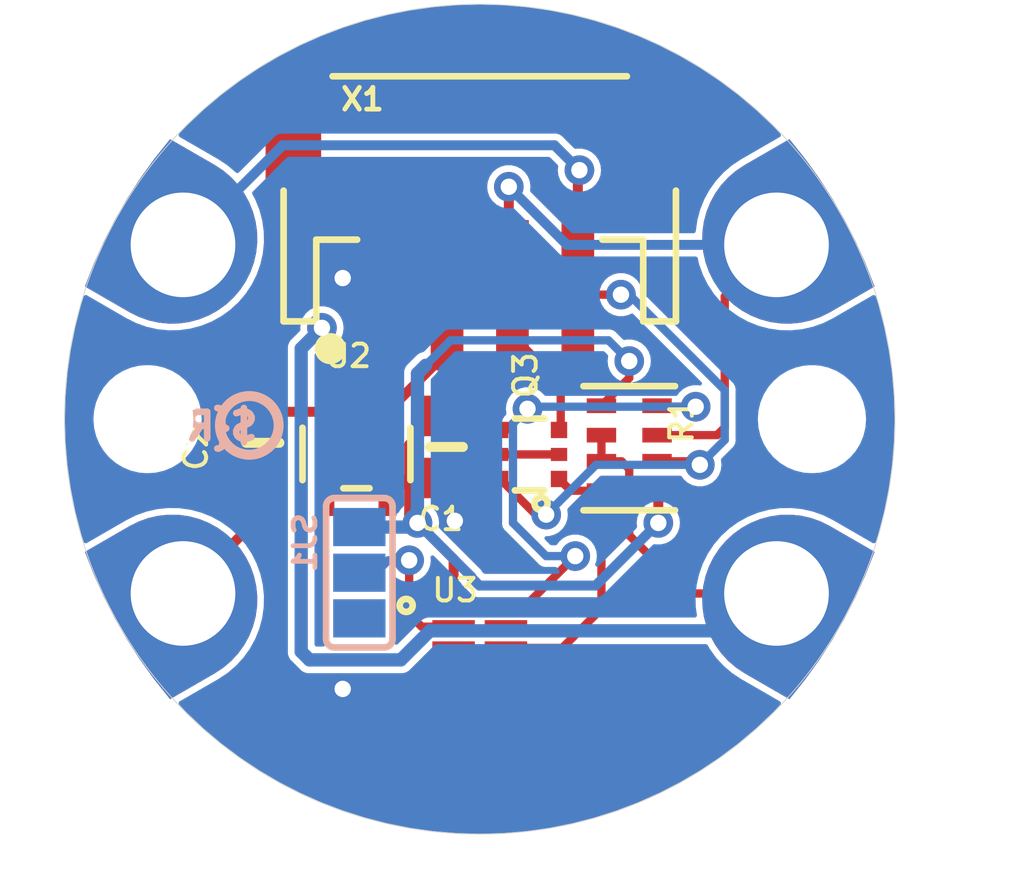
<source format=kicad_pcb>
(kicad_pcb (version 20221018) (generator pcbnew)
  (layers (0 "F.Cu" signal) (31 "B.Cu" signal) (34 "B.Paste" user) (35 "F.Paste" user) (36 "B.SilkS" user "B.Silkscreen") (37 "F.SilkS" user "F.Silkscreen") (38 "B.Mask" user) (39 "F.Mask" user) (44 "Edge.Cuts" user))
  (net 0 "")
  (net 1 "GND")
  (net 2 "SDA")
  (net 3 "SCL")
  (net 4 "3.3V")
  (net 5 "SCL_3V")
  (net 6 "SDA_3V")
  (net 7 "VIN")
  (net 8 "N$1")
  (footprint "" (layer "F.Cu") (at 158.6611 105.0036)
    (fp_text reference "@HOLE1" hide)
    (fp_text value "" (at 0 0) (layer "F.SilkS") (effects (font (size 1.27 1.27))))
    (pad "" np_thru_hole circle (at 0 0) (size 2.8 2.8) (drill 2.8) (layers "*.Cu" "*.Mask"))
  )
  (footprint "working:FIDUCIAL_1MM" (layer "F.Cu") (at 144.8181 97.7646)
    (fp_text reference "FID1" hide)
    (fp_text value "FIDUCIAL_1MM" hide)
    (pad "1" smd roundrect (at 0 0) (size 1 1) (layers "F.Cu" "F.Mask") (roundrect_rratio 0.5))
  )
  (footprint "working:SEWALLI" (layer "F.Cu") (at 157.1371 110.0836 -120)
    (fp_text reference "VIN_PAD0" hide)
    (fp_text value "SEWTAP-ALLIGATOR" hide)
    (fp_poly (pts (xy 1.097845 -2.657662) (xy 1.826708 -2.584729) (xy 2.6035 -2.467646) (xy 2.6035 -0.887081) (xy 2.584633 -0.575169) (xy 2.527959 -0.265914) (xy 2.434423 0.034255) (xy 2.305387 0.320961) (xy 2.142734 0.590022) (xy 1.948834 0.837517) (xy 1.726517 1.059834) (xy 1.479022 1.253734) (xy 1.209961 1.416387) (xy 0.923255 1.545423) (xy 0.623086 1.638959) (xy 0.313831 1.695633) (xy 0 1.714616) (xy -0.313831 1.695633) (xy -0.623086 1.638959) (xy -0.923255 1.545423) (xy -1.209961 1.416387) (xy -1.479022 1.253734) (xy -1.726517 1.059834) (xy -1.948834 0.837517) (xy -2.142734 0.590022) (xy -2.305387 0.320961) (xy -2.434423 0.034255) (xy -2.527959 -0.265914) (xy -2.584633 -0.575169) (xy -2.6035 -0.887081) (xy -2.6035 -2.467646) (xy -1.826708 -2.584729) (xy -1.097845 -2.657662) (xy -0.366252 -2.694174) (xy 0.366252 -2.694174)) (fill solid) (layer "F.Cu"))
    (fp_poly (pts (xy 1.097845 -2.657662) (xy 1.826708 -2.584729) (xy 2.6035 -2.467646) (xy 2.6035 -0.887081) (xy 2.584633 -0.575169) (xy 2.527959 -0.265914) (xy 2.434423 0.034255) (xy 2.305387 0.320961) (xy 2.142734 0.590022) (xy 1.948834 0.837517) (xy 1.726517 1.059834) (xy 1.479022 1.253734) (xy 1.209961 1.416387) (xy 0.923255 1.545423) (xy 0.623086 1.638959) (xy 0.313831 1.695633) (xy 0 1.714616) (xy -0.313831 1.695633) (xy -0.623086 1.638959) (xy -0.923255 1.545423) (xy -1.209961 1.416387) (xy -1.479022 1.253734) (xy -1.726517 1.059834) (xy -1.948834 0.837517) (xy -2.142734 0.590022) (xy -2.305387 0.320961) (xy -2.434423 0.034255) (xy -2.527959 -0.265914) (xy -2.584633 -0.575169) (xy -2.6035 -0.887081) (xy -2.6035 -2.467646) (xy -1.826708 -2.584729) (xy -1.097845 -2.657662) (xy -0.366252 -2.694174) (xy 0.366252 -2.694174)) (fill solid) (layer "B.Cu"))
    (pad "P$1" thru_hole circle (at 0 -0.508 240) (size 4.216 4.216) (drill 3.2) (layers "*.Cu" "*.Mask") (net 7 "VIN"))
  )
  (footprint "working:STEMMA_TSL2561_B_FRONT" (layer "F.Cu") (at 135.8011 117.7036)
    (fp_text reference "U$4" hide)
    (fp_text value "" hide)
  )
  (footprint "working:JSTPH4" (layer "F.Cu") (at 148.5011 97.5106)
    (fp_text reference "X1" (at -4.318 -1.905) (layer "F.SilkS") (effects (font (size 0.666496 0.666496) (thickness 0.146304)) (justify left bottom)))
    (fp_text value "STEMMA_I2C_RASMT")
    (fp_line (start -6 0.5) (end -6 4.5) (stroke (width 0.2032)) (layer "F.SilkS"))
    (fp_line (start -6 4.5) (end -5 4.5) (stroke (width 0.2032)) (layer "F.SilkS"))
    (fp_line (start -5 2) (end -3.75 2) (stroke (width 0.2032)) (layer "F.SilkS"))
    (fp_line (start -5 4.5) (end -5 2) (stroke (width 0.2032)) (layer "F.SilkS"))
    (fp_line (start -4.5 -3) (end 4.5 -3) (stroke (width 0.2032)) (layer "F.SilkS"))
    (fp_line (start 3.75 2) (end 5 2) (stroke (width 0.2032)) (layer "F.SilkS"))
    (fp_line (start 5 2) (end 5 4.5) (stroke (width 0.2032)) (layer "F.SilkS"))
    (fp_line (start 5 4.5) (end 6 4.5) (stroke (width 0.2032)) (layer "F.SilkS"))
    (fp_line (start 6 4.5) (end 6 0.5) (stroke (width 0.2032)) (layer "F.SilkS"))
    (fp_circle (center -4.572 5.334) (end -4.318 5.334) (stroke (width 0.4444)) (fill none) (layer "F.SilkS"))
    (pad "1" smd rect (at -3 3.7) (size 1 4.6) (layers "F.Cu" "F.Paste" "F.Mask") (net 1 "GND"))
    (pad "2" smd rect (at -1 3.7) (size 1 4.6) (layers "F.Cu" "F.Paste" "F.Mask") (net 7 "VIN"))
    (pad "3" smd rect (at 1 3.7) (size 1 4.6) (layers "F.Cu" "F.Paste" "F.Mask") (net 2 "SDA"))
    (pad "4" smd rect (at 3 3.7) (size 1 4.6) (layers "F.Cu" "F.Paste" "F.Mask") (net 3 "SCL"))
    (pad "NC1" smd rect (at -5.7 -1.5 90) (size 3.4 1.7) (layers "F.Cu" "F.Paste" "F.Mask"))
    (pad "NC2" smd rect (at 5.7 -1.5 90) (size 3.4 1.7) (layers "F.Cu" "F.Paste" "F.Mask"))
  )
  (footprint "working:SEWALLI" (layer "F.Cu") (at 157.1371 99.9236 -60)
    (fp_text reference "SDA_PAD0" hide)
    (fp_text value "SEWTAP-ALLIGATOR" hide)
    (fp_poly (pts (xy 1.097845 -2.657662) (xy 1.826708 -2.584729) (xy 2.6035 -2.467646) (xy 2.6035 -0.887081) (xy 2.584633 -0.575169) (xy 2.527959 -0.265914) (xy 2.434423 0.034255) (xy 2.305387 0.320961) (xy 2.142734 0.590022) (xy 1.948834 0.837517) (xy 1.726517 1.059834) (xy 1.479022 1.253734) (xy 1.209961 1.416387) (xy 0.923255 1.545423) (xy 0.623086 1.638959) (xy 0.313831 1.695633) (xy 0 1.714616) (xy -0.313831 1.695633) (xy -0.623086 1.638959) (xy -0.923255 1.545423) (xy -1.209961 1.416387) (xy -1.479022 1.253734) (xy -1.726517 1.059834) (xy -1.948834 0.837517) (xy -2.142734 0.590022) (xy -2.305387 0.320961) (xy -2.434423 0.034255) (xy -2.527959 -0.265914) (xy -2.584633 -0.575169) (xy -2.6035 -0.887081) (xy -2.6035 -2.467646) (xy -1.826708 -2.584729) (xy -1.097845 -2.657662) (xy -0.366252 -2.694174) (xy 0.366252 -2.694174)) (fill solid) (layer "F.Cu"))
    (fp_poly (pts (xy 1.097845 -2.657662) (xy 1.826708 -2.584729) (xy 2.6035 -2.467646) (xy 2.6035 -0.887081) (xy 2.584633 -0.575169) (xy 2.527959 -0.265914) (xy 2.434423 0.034255) (xy 2.305387 0.320961) (xy 2.142734 0.590022) (xy 1.948834 0.837517) (xy 1.726517 1.059834) (xy 1.479022 1.253734) (xy 1.209961 1.416387) (xy 0.923255 1.545423) (xy 0.623086 1.638959) (xy 0.313831 1.695633) (xy 0 1.714616) (xy -0.313831 1.695633) (xy -0.623086 1.638959) (xy -0.923255 1.545423) (xy -1.209961 1.416387) (xy -1.479022 1.253734) (xy -1.726517 1.059834) (xy -1.948834 0.837517) (xy -2.142734 0.590022) (xy -2.305387 0.320961) (xy -2.434423 0.034255) (xy -2.527959 -0.265914) (xy -2.584633 -0.575169) (xy -2.6035 -0.887081) (xy -2.6035 -2.467646) (xy -1.826708 -2.584729) (xy -1.097845 -2.657662) (xy -0.366252 -2.694174) (xy 0.366252 -2.694174)) (fill solid) (layer "B.Cu"))
    (pad "P$1" thru_hole circle (at 0 -0.508 300) (size 4.216 4.216) (drill 3.2) (layers "*.Cu" "*.Mask") (net 2 "SDA"))
  )
  (footprint "working:0805-NO" (layer "F.Cu") (at 141.8661 105.7266 -90)
    (fp_text reference "C2" (at -0.5875 2.0475 90) (layer "F.SilkS") (effects (font (size 0.692831 0.692831) (thickness 0.119969)) (justify right)))
    (fp_text value "10uF")
    (fp_line (start 0 -0.508) (end 0 0.508) (stroke (width 0.3048)) (layer "F.SilkS"))
    (pad "1" smd rect (at -0.95 0 270) (size 1.24 1.5) (layers "F.Cu" "F.Paste" "F.Mask") (net 7 "VIN"))
    (pad "2" smd rect (at 0.95 0 270) (size 1.24 1.5) (layers "F.Cu" "F.Paste" "F.Mask") (net 1 "GND"))
  )
  (footprint "working:RESPACK_4X0603" (layer "F.Cu") (at 153.0731 105.8926 -90)
    (fp_text reference "R1" (at -1.6 -1.6 90) (layer "F.SilkS") (effects (font (size 0.692831 0.692831) (thickness 0.119969)) (justify right)))
    (fp_text value "10K")
    (fp_line (start -1.9 1.4) (end -1.9 -1.4) (stroke (width 0.2032)) (layer "F.SilkS"))
    (fp_line (start 1.9 -1.4) (end 1.9 1.4) (stroke (width 0.2032)) (layer "F.SilkS"))
    (pad "1" smd rect (at -1.3 0.85 270) (size 0.45 0.9) (layers "F.Cu" "F.Paste" "F.Mask") (net 4 "3.3V"))
    (pad "2" smd rect (at -0.4 0.85 270) (size 0.45 0.9) (layers "F.Cu" "F.Paste" "F.Mask") (net 7 "VIN"))
    (pad "3" smd rect (at 0.4 0.85 270) (size 0.45 0.9) (layers "F.Cu" "F.Paste" "F.Mask") (net 7 "VIN"))
    (pad "4" smd rect (at 1.3 0.85 270) (size 0.45 0.9) (layers "F.Cu" "F.Paste" "F.Mask") (net 5 "SCL_3V"))
    (pad "5" smd rect (at 1.3 -0.85 270) (size 0.45 0.9) (layers "F.Cu" "F.Paste" "F.Mask") (net 4 "3.3V"))
    (pad "6" smd rect (at 0.4 -0.85 270) (size 0.45 0.9) (layers "F.Cu" "F.Paste" "F.Mask") (net 3 "SCL"))
    (pad "7" smd rect (at -0.4 -0.85 270) (size 0.45 0.9) (layers "F.Cu" "F.Paste" "F.Mask") (net 2 "SDA"))
    (pad "8" smd rect (at -1.3 -0.85 270) (size 0.45 0.9) (layers "F.Cu" "F.Paste" "F.Mask") (net 6 "SDA_3V"))
  )
  (footprint "working:SEWALLI" (layer "F.Cu") (at 139.8651 99.9236 60)
    (fp_text reference "SCL_PAD0" hide)
    (fp_text value "SEWTAP-ALLIGATOR" hide)
    (fp_poly (pts (xy 1.097845 -2.657662) (xy 1.826708 -2.584729) (xy 2.6035 -2.467646) (xy 2.6035 -0.887081) (xy 2.584633 -0.575169) (xy 2.527959 -0.265914) (xy 2.434423 0.034255) (xy 2.305387 0.320961) (xy 2.142734 0.590022) (xy 1.948834 0.837517) (xy 1.726517 1.059834) (xy 1.479022 1.253734) (xy 1.209961 1.416387) (xy 0.923255 1.545423) (xy 0.623086 1.638959) (xy 0.313831 1.695633) (xy 0 1.714616) (xy -0.313831 1.695633) (xy -0.623086 1.638959) (xy -0.923255 1.545423) (xy -1.209961 1.416387) (xy -1.479022 1.253734) (xy -1.726517 1.059834) (xy -1.948834 0.837517) (xy -2.142734 0.590022) (xy -2.305387 0.320961) (xy -2.434423 0.034255) (xy -2.527959 -0.265914) (xy -2.584633 -0.575169) (xy -2.6035 -0.887081) (xy -2.6035 -2.467646) (xy -1.826708 -2.584729) (xy -1.097845 -2.657662) (xy -0.366252 -2.694174) (xy 0.366252 -2.694174)) (fill solid) (layer "F.Cu"))
    (fp_poly (pts (xy 1.097845 -2.657662) (xy 1.826708 -2.584729) (xy 2.6035 -2.467646) (xy 2.6035 -0.887081) (xy 2.584633 -0.575169) (xy 2.527959 -0.265914) (xy 2.434423 0.034255) (xy 2.305387 0.320961) (xy 2.142734 0.590022) (xy 1.948834 0.837517) (xy 1.726517 1.059834) (xy 1.479022 1.253734) (xy 1.209961 1.416387) (xy 0.923255 1.545423) (xy 0.623086 1.638959) (xy 0.313831 1.695633) (xy 0 1.714616) (xy -0.313831 1.695633) (xy -0.623086 1.638959) (xy -0.923255 1.545423) (xy -1.209961 1.416387) (xy -1.479022 1.253734) (xy -1.726517 1.059834) (xy -1.948834 0.837517) (xy -2.142734 0.590022) (xy -2.305387 0.320961) (xy -2.434423 0.034255) (xy -2.527959 -0.265914) (xy -2.584633 -0.575169) (xy -2.6035 -0.887081) (xy -2.6035 -2.467646) (xy -1.826708 -2.584729) (xy -1.097845 -2.657662) (xy -0.366252 -2.694174) (xy 0.366252 -2.694174)) (fill solid) (layer "B.Cu"))
    (pad "P$1" thru_hole circle (at 0 -0.508 60) (size 4.216 4.216) (drill 3.2) (layers "*.Cu" "*.Mask") (net 3 "SCL"))
  )
  (footprint "working:SOT23-5" (layer "F.Cu") (at 144.7301 106.0676 180)
    (fp_text reference "U2" (at -0.522 3) (layer "F.SilkS") (effects (font (size 0.692831 0.692831) (thickness 0.119969)) (justify right)))
    (fp_text value "MIC5225-3.3")
    (fp_line (start -1.65 -0.8) (end -1.65 0.8) (stroke (width 0.2032)) (layer "F.SilkS"))
    (fp_line (start -0.4 -1.05) (end 0.4 -1.05) (stroke (width 0.2032)) (layer "F.SilkS"))
    (fp_line (start 1.65 -0.8) (end 1.65 0.8) (stroke (width 0.2032)) (layer "F.SilkS"))
    (pad "1" smd rect (at -0.95 1.3001 180) (size 0.55 1.2) (layers "F.Cu" "F.Paste" "F.Mask") (net 7 "VIN"))
    (pad "2" smd rect (at 0 1.3001 180) (size 0.55 1.2) (layers "F.Cu" "F.Paste" "F.Mask") (net 1 "GND"))
    (pad "3" smd rect (at 0.95 1.3001 180) (size 0.55 1.2) (layers "F.Cu" "F.Paste" "F.Mask") (net 7 "VIN"))
    (pad "4" smd rect (at 0.95 -1.3001 180) (size 0.55 1.2) (layers "F.Cu" "F.Paste" "F.Mask"))
    (pad "5" smd rect (at -0.95 -1.3001 180) (size 0.55 1.2) (layers "F.Cu" "F.Paste" "F.Mask") (net 4 "3.3V"))
  )
  (footprint "working:SEWALLI" (layer "F.Cu") (at 139.8651 110.0836 120)
    (fp_text reference "GND_PAD0" hide)
    (fp_text value "SEWTAP-ALLIGATOR" hide)
    (fp_poly (pts (xy 1.097845 -2.657662) (xy 1.826708 -2.584729) (xy 2.6035 -2.467646) (xy 2.6035 -0.887081) (xy 2.584633 -0.575169) (xy 2.527959 -0.265914) (xy 2.434423 0.034255) (xy 2.305387 0.320961) (xy 2.142734 0.590022) (xy 1.948834 0.837517) (xy 1.726517 1.059834) (xy 1.479022 1.253734) (xy 1.209961 1.416387) (xy 0.923255 1.545423) (xy 0.623086 1.638959) (xy 0.313831 1.695633) (xy 0 1.714616) (xy -0.313831 1.695633) (xy -0.623086 1.638959) (xy -0.923255 1.545423) (xy -1.209961 1.416387) (xy -1.479022 1.253734) (xy -1.726517 1.059834) (xy -1.948834 0.837517) (xy -2.142734 0.590022) (xy -2.305387 0.320961) (xy -2.434423 0.034255) (xy -2.527959 -0.265914) (xy -2.584633 -0.575169) (xy -2.6035 -0.887081) (xy -2.6035 -2.467646) (xy -1.826708 -2.584729) (xy -1.097845 -2.657662) (xy -0.366252 -2.694174) (xy 0.366252 -2.694174)) (fill solid) (layer "F.Cu"))
    (fp_poly (pts (xy 1.097845 -2.657662) (xy 1.826708 -2.584729) (xy 2.6035 -2.467646) (xy 2.6035 -0.887081) (xy 2.584633 -0.575169) (xy 2.527959 -0.265914) (xy 2.434423 0.034255) (xy 2.305387 0.320961) (xy 2.142734 0.590022) (xy 1.948834 0.837517) (xy 1.726517 1.059834) (xy 1.479022 1.253734) (xy 1.209961 1.416387) (xy 0.923255 1.545423) (xy 0.623086 1.638959) (xy 0.313831 1.695633) (xy 0 1.714616) (xy -0.313831 1.695633) (xy -0.623086 1.638959) (xy -0.923255 1.545423) (xy -1.209961 1.416387) (xy -1.479022 1.253734) (xy -1.726517 1.059834) (xy -1.948834 0.837517) (xy -2.142734 0.590022) (xy -2.305387 0.320961) (xy -2.434423 0.034255) (xy -2.527959 -0.265914) (xy -2.584633 -0.575169) (xy -2.6035 -0.887081) (xy -2.6035 -2.467646) (xy -1.826708 -2.584729) (xy -1.097845 -2.657662) (xy -0.366252 -2.694174) (xy 0.366252 -2.694174)) (fill solid) (layer "B.Cu"))
    (pad "P$1" thru_hole circle (at 0 -0.508 120) (size 4.216 4.216) (drill 3.2) (layers "*.Cu" "*.Mask") (net 1 "GND"))
  )
  (footprint "working:0805-NO" (layer "F.Cu") (at 147.4771 105.8536 -90)
    (fp_text reference "C1" (at 2.2025 -0.5875) (layer "F.SilkS") (effects (font (size 0.692831 0.692831) (thickness 0.119969)) (justify right)))
    (fp_text value "10uF")
    (fp_line (start 0 -0.508) (end 0 0.508) (stroke (width 0.3048)) (layer "F.SilkS"))
    (pad "1" smd rect (at -0.95 0 270) (size 1.24 1.5) (layers "F.Cu" "F.Paste" "F.Mask") (net 4 "3.3V"))
    (pad "2" smd rect (at 0.95 0 270) (size 1.24 1.5) (layers "F.Cu" "F.Paste" "F.Mask") (net 1 "GND"))
  )
  (footprint "working:FIDUCIAL_1MM" (layer "F.Cu") (at 152.1841 95.6056)
    (fp_text reference "FID2" hide)
    (fp_text value "FIDUCIAL_1MM" hide)
    (pad "1" smd roundrect (at 0 0) (size 1 1) (layers "F.Cu" "F.Mask") (roundrect_rratio 0.5))
  )
  (footprint "" (layer "F.Cu") (at 138.3411 105.0036)
    (fp_text reference "@HOLE0" hide)
    (fp_text value "" (at 0 0) (layer "F.SilkS") (effects (font (size 1.27 1.27))))
    (pad "" np_thru_hole circle (at 0 0) (size 2.8 2.8) (drill 2.8) (layers "*.Cu" "*.Mask"))
  )
  (footprint "working:SOT363" (layer "F.Cu") (at 150.0251 106.0831 90)
    (fp_text reference "Q3" (at 1.651 -0.127 90) (layer "F.SilkS") (effects (font (size 0.692831 0.692831) (thickness 0.119969)) (justify left)))
    (fp_text value "2N7002D")
    (fp_line (start -1.1 -0.45) (end -1.1 0.45) (stroke (width 0.2032)) (layer "F.SilkS"))
    (fp_line (start 1.1 -0.45) (end 1.1 0.45) (stroke (width 0.2032)) (layer "F.SilkS"))
    (fp_circle (center -1.5 0.35) (end -1.4 0.35) (stroke (width 0.2032)) (fill none) (layer "F.SilkS"))
    (pad "1" smd rect (at -0.75 0.9 90) (size 0.5 0.5) (layers "F.Cu" "F.Paste" "F.Mask") (net 5 "SCL_3V"))
    (pad "2" smd rect (at 0 0.9 90) (size 0.4 0.5) (layers "F.Cu" "F.Paste" "F.Mask") (net 4 "3.3V"))
    (pad "3" smd rect (at 0.75 0.9 90) (size 0.5 0.5) (layers "F.Cu" "F.Paste" "F.Mask") (net 2 "SDA"))
    (pad "4" smd rect (at 0.75 -0.9 90) (size 0.5 0.5) (layers "F.Cu" "F.Paste" "F.Mask") (net 6 "SDA_3V"))
    (pad "5" smd rect (at 0 -0.9 90) (size 0.4 0.5) (layers "F.Cu" "F.Paste" "F.Mask") (net 4 "3.3V"))
    (pad "6" smd rect (at -0.75 -0.9 90) (size 0.5 0.5) (layers "F.Cu" "F.Paste" "F.Mask") (net 3 "SCL"))
  )
  (footprint "working:TSL2561_FN" (layer "F.Cu") (at 148.5011 111.3536)
    (fp_text reference "U3" (at -1.524 -1.116) (layer "F.SilkS") (effects (font (size 0.692831 0.692831) (thickness 0.119969)) (justify left)))
    (fp_text value "TSL2561")
    (fp_circle (center -2.25 -0.65) (end -2.05 -0.65) (stroke (width 0.2032)) (fill none) (layer "F.SilkS"))
    (pad "ADR" smd rect (at -0.8 0) (size 1.3 0.4) (layers "F.Cu" "F.Mask") (net 8 "N$1"))
    (pad "CLK" smd rect (at 0.8 0.65) (size 1.3 0.4) (layers "F.Cu" "F.Mask") (net 5 "SCL_3V"))
    (pad "DATA" smd rect (at 0.8 -0.65) (size 1.3 0.4) (layers "F.Cu" "F.Mask") (net 6 "SDA_3V"))
    (pad "INT" smd rect (at 0.8 0) (size 1.3 0.4) (layers "F.Cu" "F.Mask"))
    (pad "VDD" smd rect (at -0.8 -0.65) (size 1.3 0.4) (layers "F.Cu" "F.Mask") (net 4 "3.3V"))
    (pad "VSS" smd rect (at -0.8 0.65) (size 1.3 0.4) (layers "F.Cu" "F.Mask") (net 1 "GND"))
  )
  (footprint "working:PCBFEAT-REV-040" (layer "B.Cu") (at 141.4526 105.1941 180)
    (fp_text reference "U$8" hide)
    (fp_text value "" hide)
    (fp_text user "${REV}" (at -0.3556 -0.508) (layer "B.SilkS") (effects (font (size 0.8128 0.8128) (thickness 0.2032)) (justify left bottom mirror)))
    (fp_circle (center 0 0) (end 0.898 0) (stroke (width 0.3048)) (fill none) (layer "B.SilkS"))
  )
  (footprint "working:STEMMA_TSL2561_B_BACK" (layer "B.Cu") (at 161.2011 117.7036 180)
    (fp_text reference "U$7" hide)
    (fp_text value "" hide)
  )
  (footprint "working:SOLDERJUMPER_2WAY_OPEN_NOPASTE" (layer "B.Cu") (at 144.8181 109.7026 -90)
    (fp_text reference "SJ1" (at -1.905 1.27 90) (layer "B.SilkS") (effects (font (size 0.666496 0.666496) (thickness 0.146304)) (justify left bottom mirror)))
    (fp_text value "")
    (fp_line (start -2.286 -0.762) (end -2.286 0.762) (stroke (width 0.2032)) (layer "B.SilkS"))
    (fp_line (start -2.032 1.016) (end 2.032 1.016) (stroke (width 0.2032)) (layer "B.SilkS"))
    (fp_line (start 2.032 -1.016) (end -2.032 -1.016) (stroke (width 0.2032)) (layer "B.SilkS"))
    (fp_line (start 2.286 -0.762) (end 2.286 0.762) (stroke (width 0.2032)) (layer "B.SilkS"))
    (fp_arc (start -2.286 -0.762) (mid -2.211605 -0.941605) (end -2.032 -1.016) (stroke (width 0.2032)) (layer "B.SilkS"))
    (fp_arc (start -2.032 1.016) (mid -2.211605 0.941605) (end -2.286 0.762) (stroke (width 0.2032)) (layer "B.SilkS"))
    (fp_arc (start 2.032 -1.016) (mid 2.211605 -0.941605) (end 2.286 -0.762) (stroke (width 0.2032)) (layer "B.SilkS"))
    (fp_arc (start 2.286 0.762) (mid 2.211605 0.941605) (end 2.032 1.016) (stroke (width 0.2032)) (layer "B.SilkS"))
    (pad "1" smd rect (at -1.397 0 270) (size 1.1684 1.6002) (layers "B.Cu") (net 4 "3.3V"))
    (pad "2" smd rect (at 0 0 270) (size 1.1684 1.6002) (layers "B.Cu") (net 8 "N$1"))
    (pad "3" smd rect (at 1.397 0 270) (size 1.1684 1.6002) (layers "B.Cu") (net 1 "GND"))
  )
  (gr_circle (center 148.5011 105.0036) (end 161.2011 105.0036) (stroke (width 0.0254)) (fill none) (layer "Edge.Cuts"))
  (segment (start 141.8661 106.6766) (end 141.8661 107.896659) (width 0.3048) (layer "F.Cu") (net 1))
  (segment (start 147.4771 107.8531) (end 147.7391 108.1151) (width 0.3048) (layer "F.Cu") (net 1))
  (segment (start 145.5011 101.2106) (end 144.9761 100.6856) (width 0.3048) (layer "F.Cu") (net 1))
  (segment (start 144.9761 100.6856) (end 144.3101 100.6856) (width 0.3048) (layer "F.Cu") (net 1))
  (segment (start 144.7301 104.7675) (end 144.7301 103.5676) (width 0.3048) (layer "F.Cu") (net 1))
  (segment (start 147.4771 106.8036) (end 147.4771 107.8531) (width 0.3048) (layer "F.Cu") (net 1))
  (segment (start 145.3261 101.3856) (end 145.5011 101.2106) (width 0.3048) (layer "F.Cu") (net 1))
  (segment (start 144.7301 103.5676) (end 145.3261 102.9716) (width 0.3048) (layer "F.Cu") (net 1))
  (segment (start 141.8661 107.896659) (end 139.42516 110.3376) (width 0.3048) (layer "F.Cu") (net 1))
  (segment (start 146.7231 113.2586) (end 144.3101 113.2586) (width 0.254) (layer "F.Cu") (net 1))
  (segment (start 145.3261 102.9716) (end 145.3261 101.3856) (width 0.3048) (layer "F.Cu") (net 1))
  (segment (start 147.7011 112.2806) (end 146.7231 113.2586) (width 0.254) (layer "F.Cu") (net 1))
  (segment (start 147.7011 112.0036) (end 147.7011 112.2806) (width 0.254) (layer "F.Cu") (net 1))
  (via (at 144.3101 100.6856) (size 0.9064) (drill 0.5) (layers "F.Cu" "B.Cu") (net 1))
  (via (at 147.7391 108.1151) (size 0.9064) (drill 0.5) (layers "F.Cu" "B.Cu") (net 1))
  (via (at 144.3101 113.2586) (size 0.9064) (drill 0.5) (layers "F.Cu" "B.Cu") (net 1))
  (segment (start 144.3101 100.6856) (end 144.0561 100.6856) (width 0.3048) (layer "B.Cu") (net 1))
  (segment (start 150.5331 103.5431) (end 150.9776 103.9876) (width 0.254) (layer "F.Cu") (net 2))
  (segment (start 155.9941 105.2576) (end 155.9941 101.252541) (width 0.254) (layer "F.Cu") (net 2))
  (segment (start 149.5806 102.5271) (end 149.5806 101.2901) (width 0.254) (layer "F.Cu") (net 2))
  (segment (start 155.7591 105.4926) (end 155.9941 105.2576) (width 0.254) (layer "F.Cu") (net 2))
  (segment (start 150.5331 103.4796) (end 149.5806 102.5271) (width 0.254) (layer "F.Cu") (net 2))
  (segment (start 149.3901 101.0996) (end 149.5011 101.2106) (width 0.3048) (layer "F.Cu") (net 2))
  (segment (start 155.9941 101.252541) (end 157.57704 99.6696) (width 0.254) (layer "F.Cu") (net 2))
  (segment (start 150.9776 105.2806) (end 150.9251 105.3331) (width 0.254) (layer "F.Cu") (net 2))
  (segment (start 149.3901 97.8916) (end 149.3901 101.0996) (width 0.3048) (layer "F.Cu") (net 2))
  (segment (start 149.5806 101.2901) (end 149.5011 101.2106) (width 0.254) (layer "F.Cu") (net 2))
  (segment (start 153.9231 105.4926) (end 155.7591 105.4926) (width 0.254) (layer "F.Cu") (net 2))
  (segment (start 150.5331 103.4796) (end 150.5331 103.5431) (width 0.254) (layer "F.Cu") (net 2))
  (segment (start 150.9776 103.9876) (end 150.9776 105.2806) (width 0.254) (layer "F.Cu") (net 2))
  (via (at 149.3901 97.8916) (size 0.9064) (drill 0.5) (layers "F.Cu" "B.Cu") (net 2))
  (segment (start 151.1681 99.6696) (end 149.3901 97.8916) (width 0.3048) (layer "B.Cu") (net 2))
  (segment (start 157.57704 99.6696) (end 151.1681 99.6696) (width 0.3048) (layer "B.Cu") (net 2))
  (segment (start 153.9231 106.2926) (end 155.1241 106.2926) (width 0.254) (layer "F.Cu") (net 3))
  (segment (start 149.1251 106.8331) (end 150.2166 107.9246) (width 0.254) (layer "F.Cu") (net 3))
  (segment (start 150.2166 107.9246) (end 150.5331 107.9246) (width 0.254) (layer "F.Cu") (net 3))
  (segment (start 151.5011 101.2106) (end 151.5181 101.1936) (width 0.254) (layer "F.Cu") (net 3))
  (segment (start 151.5011 97.4316) (end 151.5011 101.2106) (width 0.3048) (layer "F.Cu") (net 3))
  (segment (start 151.5491 97.3836) (end 151.5011 97.4316) (width 0.3048) (layer "F.Cu") (net 3))
  (segment (start 151.5181 101.1936) (end 152.8191 101.1936) (width 0.254) (layer "F.Cu") (net 3))
  (segment (start 155.1241 106.2926) (end 155.2321 106.4006) (width 0.254) (layer "F.Cu") (net 3))
  (via (at 155.2321 106.4006) (size 0.9064) (drill 0.5) (layers "F.Cu" "B.Cu") (net 3))
  (via (at 151.5491 97.3836) (size 0.9064) (drill 0.5) (layers "F.Cu" "B.Cu") (net 3))
  (via (at 150.5331 107.9246) (size 0.9064) (drill 0.5) (layers "F.Cu" "B.Cu") (net 3))
  (via (at 152.8191 101.1936) (size 0.9064) (drill 0.5) (layers "F.Cu" "B.Cu") (net 3))
  (segment (start 152.0571 106.4006) (end 155.2321 106.4006) (width 0.254) (layer "B.Cu") (net 3))
  (segment (start 152.8191 101.1936) (end 153.0731 101.1936) (width 0.254) (layer "B.Cu") (net 3))
  (segment (start 139.42516 99.6696) (end 142.47316 96.6216) (width 0.3048) (layer "B.Cu") (net 3))
  (segment (start 155.9941 104.1146) (end 155.9941 105.6386) (width 0.254) (layer "B.Cu") (net 3))
  (segment (start 150.5331 107.9246) (end 152.0571 106.4006) (width 0.254) (layer "B.Cu") (net 3))
  (segment (start 150.7871 96.6216) (end 151.5491 97.3836) (width 0.3048) (layer "B.Cu") (net 3))
  (segment (start 153.0731 101.1936) (end 155.9941 104.1146) (width 0.254) (layer "B.Cu") (net 3))
  (segment (start 155.9941 105.6386) (end 155.2321 106.4006) (width 0.254) (layer "B.Cu") (net 3))
  (segment (start 142.47316 96.6216) (end 150.7871 96.6216) (width 0.3048) (layer "B.Cu") (net 3))
  (segment (start 147.6391 104.9036) (end 147.4771 104.9036) (width 0.3048) (layer "F.Cu") (net 4))
  (segment (start 145.756 107.3677) (end 146.3421 106.7816) (width 0.3048) (layer "F.Cu") (net 4))
  (segment (start 146.3421 106.7816) (end 146.3421 105.7846) (width 0.3048) (layer "F.Cu") (net 4))
  (segment (start 153.9231 107.1926) (end 153.9621 107.2316) (width 0.254) (layer "F.Cu") (net 4))
  (segment (start 147.7011 109.2836) (end 146.5961 108.1786) (width 0.3048) (layer "F.Cu") (net 4))
  (segment (start 149.1251 106.0831) (end 148.8186 106.0831) (width 0.3048) (layer "F.Cu") (net 4))
  (segment (start 150.9251 106.0831) (end 149.1251 106.0831) (width 0.254) (layer "F.Cu") (net 4))
  (segment (start 145.6801 107.3677) (end 145.756 107.3677) (width 0.3048) (layer "F.Cu") (net 4))
  (segment (start 146.3421 107.9246) (end 146.3421 106.7816) (width 0.3048) (layer "F.Cu") (net 4))
  (segment (start 147.2231 104.9036) (end 147.4771 104.9036) (width 0.3048) (layer "F.Cu") (net 4))
  (segment (start 153.9621 107.2316) (end 153.9621 108.1786) (width 0.3048) (layer "F.Cu") (net 4))
  (segment (start 146.3421 105.7846) (end 147.2231 104.9036) (width 0.3048) (layer "F.Cu") (net 4))
  (segment (start 146.3421 107.9246) (end 146.5961 108.1786) (width 0.3048) (layer "F.Cu") (net 4))
  (segment (start 153.0731 103.7426) (end 153.0731 103.2256) (width 0.254) (layer "F.Cu") (net 4))
  (segment (start 147.7011 110.7036) (end 147.7011 109.2836) (width 0.3048) (layer "F.Cu") (net 4))
  (segment (start 148.8186 106.0831) (end 147.6391 104.9036) (width 0.3048) (layer "F.Cu") (net 4))
  (segment (start 152.2231 104.5926) (end 153.0731 103.7426) (width 0.254) (layer "F.Cu") (net 4))
  (via (at 153.0731 103.2256) (size 0.9064) (drill 0.5) (layers "F.Cu" "B.Cu") (net 4))
  (via (at 146.5961 108.1786) (size 0.9064) (drill 0.5) (layers "F.Cu" "B.Cu") (net 4))
  (via (at 153.9621 108.1786) (size 0.9064) (drill 0.5) (layers "F.Cu" "B.Cu") (net 4))
  (segment (start 153.0731 103.2256) (end 152.4381 102.5906) (width 0.254) (layer "B.Cu") (net 4))
  (segment (start 152.4381 102.5906) (end 147.6121 102.5906) (width 0.254) (layer "B.Cu") (net 4))
  (segment (start 152.0456 110.0951) (end 148.4896 110.0951) (width 0.3048) (layer "B.Cu") (net 4))
  (segment (start 146.4691 108.3056) (end 146.5961 108.1786) (width 0.4064) (layer "B.Cu") (net 4))
  (segment (start 153.9621 108.1786) (end 152.0456 110.0951) (width 0.3048) (layer "B.Cu") (net 4))
  (segment (start 148.4896 110.0951) (end 148.2471 109.8526) (width 0.3048) (layer "B.Cu") (net 4))
  (segment (start 144.8181 108.3056) (end 146.4691 108.3056) (width 0.4064) (layer "B.Cu") (net 4))
  (segment (start 146.8501 103.3526) (end 146.5961 103.6066) (width 0.4064) (layer "B.Cu") (net 4))
  (segment (start 146.5961 103.6066) (end 146.5961 108.1786) (width 0.4064) (layer "B.Cu") (net 4))
  (segment (start 147.6121 102.5906) (end 146.8501 103.3526) (width 0.254) (layer "B.Cu") (net 4))
  (segment (start 148.2471 109.8526) (end 148.2471 109.8296) (width 0.3048) (layer "B.Cu") (net 4))
  (segment (start 148.2471 109.8296) (end 146.5961 108.1786) (width 0.3048) (layer "B.Cu") (net 4))
  (segment (start 152.2231 110.8066) (end 152.2231 107.1926) (width 0.254) (layer "F.Cu") (net 5))
  (segment (start 151.0261 112.0036) (end 152.2231 110.8066) (width 0.254) (layer "F.Cu") (net 5))
  (segment (start 149.3011 112.0036) (end 151.0261 112.0036) (width 0.254) (layer "F.Cu") (net 5))
  (segment (start 151.2846 107.1926) (end 152.2231 107.1926) (width 0.254) (layer "F.Cu") (net 5))
  (segment (start 150.9251 106.8331) (end 151.2846 107.1926) (width 0.254) (layer "F.Cu") (net 5))
  (segment (start 149.1361 105.3221) (end 149.1251 105.3331) (width 0.254) (layer "F.Cu") (net 6))
  (segment (start 153.9531 104.6226) (end 155.1051 104.6226) (width 0.254) (layer "F.Cu") (net 6))
  (segment (start 149.3256 105.3221) (end 149.9616 104.6861) (width 0.254) (layer "F.Cu") (net 6))
  (segment (start 149.9131 110.7036) (end 151.4221 109.1946) (width 0.254) (layer "F.Cu") (net 6))
  (segment (start 149.1361 105.3221) (end 149.3256 105.3221) (width 0.254) (layer "F.Cu") (net 6))
  (segment (start 153.9231 104.5926) (end 153.9531 104.6226) (width 0.254) (layer "F.Cu") (net 6))
  (segment (start 149.3011 110.7036) (end 149.9131 110.7036) (width 0.254) (layer "F.Cu") (net 6))
  (via (at 149.9616 104.6861) (size 0.9064) (drill 0.5) (layers "F.Cu" "B.Cu") (net 6))
  (via (at 151.4221 109.1946) (size 0.9064) (drill 0.5) (layers "F.Cu" "B.Cu") (net 6))
  (via (at 155.1051 104.6226) (size 0.9064) (drill 0.5) (layers "F.Cu" "B.Cu") (net 6))
  (segment (start 150.0251 104.6226) (end 149.9616 104.6861) (width 0.254) (layer "B.Cu") (net 6))
  (segment (start 149.5171 105.1306) (end 149.9616 104.6861) (width 0.254) (layer "B.Cu") (net 6))
  (segment (start 151.4221 109.1946) (end 150.5331 109.1946) (width 0.254) (layer "B.Cu") (net 6))
  (segment (start 155.1051 104.6226) (end 150.0251 104.6226) (width 0.254) (layer "B.Cu") (net 6))
  (segment (start 149.5171 108.1786) (end 149.5171 105.1306) (width 0.254) (layer "B.Cu") (net 6))
  (segment (start 150.5331 109.1946) (end 149.5171 108.1786) (width 0.254) (layer "B.Cu") (net 6))
  (segment (start 145.6801 104.7675) (end 145.6892 104.7675) (width 0.3048) (layer "F.Cu") (net 7))
  (segment (start 147.5011 102.9556) (end 147.5011 101.2106) (width 0.3048) (layer "F.Cu") (net 7))
  (segment (start 143.8021 106.0196) (end 143.8021 104.7675) (width 0.3048) (layer "F.Cu") (net 7))
  (segment (start 143.6751 102.2096) (end 143.7801 102.3146) (width 0.4064) (layer "F.Cu") (net 7))
  (segment (start 145.6801 106.0196) (end 143.8021 106.0196) (width 0.3048) (layer "F.Cu") (net 7))
  (segment (start 152.2231 106.2926) (end 152.2231 105.4926) (width 0.254) (layer "F.Cu") (net 7))
  (segment (start 153.0731 106.5276) (end 153.0731 108.5596) (width 0.254) (layer "F.Cu") (net 7))
  (segment (start 143.7801 102.3146) (end 143.7801 104.7675) (width 0.4064) (layer "F.Cu") (net 7))
  (segment (start 145.6801 104.7675) (end 145.6801 106.0196) (width 0.3048) (layer "F.Cu") (net 7))
  (segment (start 145.6892 104.7675) (end 147.5011 102.9556) (width 0.3048) (layer "F.Cu") (net 7))
  (segment (start 143.7801 104.7675) (end 143.7801 104.7766) (width 0.3048) (layer "F.Cu") (net 7))
  (segment (start 143.7801 104.7766) (end 141.8661 104.7766) (width 0.3048) (layer "F.Cu") (net 7))
  (segment (start 143.8021 104.7675) (end 143.7801 104.7675) (width 0.3048) (layer "F.Cu") (net 7))
  (segment (start 152.8381 106.2926) (end 153.0731 106.5276) (width 0.254) (layer "F.Cu") (net 7))
  (segment (start 152.2231 106.2926) (end 152.8381 106.2926) (width 0.254) (layer "F.Cu") (net 7))
  (segment (start 154.8511 110.3376) (end 157.57704 110.3376) (width 0.254) (layer "F.Cu") (net 7))
  (segment (start 153.0731 108.5596) (end 154.8511 110.3376) (width 0.254) (layer "F.Cu") (net 7))
  (via (at 143.6751 102.2096) (size 0.9064) (drill 0.5) (layers "F.Cu" "B.Cu") (net 7))
  (segment (start 143.0401 112.1156) (end 143.0401 102.8446) (width 0.4064) (layer "B.Cu") (net 7))
  (segment (start 156.43404 111.4806) (end 157.57704 110.3376) (width 0.4064) (layer "B.Cu") (net 7))
  (segment (start 156.43404 111.4806) (end 146.9771 111.4806) (width 0.4064) (layer "B.Cu") (net 7))
  (segment (start 143.0401 102.8446) (end 143.6751 102.2096) (width 0.4064) (layer "B.Cu") (net 7))
  (segment (start 146.9771 111.4806) (end 146.0881 112.3696) (width 0.4064) (layer "B.Cu") (net 7))
  (segment (start 143.2941 112.3696) (end 143.0401 112.1156) (width 0.4064) (layer "B.Cu") (net 7))
  (segment (start 146.0881 112.3696) (end 143.2941 112.3696) (width 0.4064) (layer "B.Cu") (net 7))
  (segment (start 146.3421 109.3216) (end 146.3421 110.9726) (width 0.254) (layer "F.Cu") (net 8))
  (segment (start 146.3421 110.9726) (end 146.7231 111.3536) (width 0.254) (layer "F.Cu") (net 8))
  (segment (start 146.7231 111.3536) (end 147.7011 111.3536) (width 0.254) (layer "F.Cu") (net 8))
  (via (at 146.3421 109.3216) (size 0.9064) (drill 0.5) (layers "F.Cu" "B.Cu") (net 8))
  (segment (start 144.8181 109.7026) (end 145.3261 109.7026) (width 0.254) (layer "B.Cu") (net 8))
  (segment (start 145.7071 109.3216) (end 146.3421 109.3216) (width 0.254) (layer "B.Cu") (net 8))
  (segment (start 145.3261 109.7026) (end 145.7071 109.3216) (width 0.254) (layer "B.Cu") (net 8))
  (zone (net 1) (net_name "GND") (layer "B.Cu") (priority 6) (connect_pads (clearance 0.000001)) (min_thickness 0.127) (fill yes (thermal_gap 0.304) (thermal_bridge_width 0.304))
    (polygon (pts (xy 149.935508 92.256955) (xy 150.649711 92.357783) (xy 151.355387 92.498151) (xy 152.052083 92.677865) (xy 152.737606 92.896362) (xy 153.4098 93.152951) (xy 154.066548 93.446827) (xy 154.705787 93.777066) (xy 155.325502 94.142627) (xy 155.923745 94.54236) (xy 156.498634 94.975008) (xy 157.048361 95.439211) (xy 157.571194 95.933506) (xy 158.065489 96.456339) (xy 158.529692 97.006066) (xy 158.96234 97.580955) (xy 159.362073 98.179198) (xy 159.727634 98.798913) (xy 160.057873 99.438152) (xy 160.351749 100.0949) (xy 160.608338 100.767094) (xy 160.826835 101.452617) (xy 161.006549 102.149313) (xy 161.146917 102.854989) (xy 161.247496 103.567426) (xy 161.307971 104.284381) (xy 161.3282 105.005383) (xy 161.247745 106.438008) (xy 161.146917 107.152211) (xy 161.006549 107.857887) (xy 160.826835 108.554583) (xy 160.608338 109.240106) (xy 160.351749 109.9123) (xy 160.057873 110.569048) (xy 159.727634 111.208287) (xy 159.362073 111.828002) (xy 158.96234 112.426245) (xy 158.529692 113.001134) (xy 158.065489 113.550861) (xy 157.571194 114.073694) (xy 157.048361 114.567989) (xy 156.498634 115.032192) (xy 155.923745 115.46484) (xy 155.325502 115.864573) (xy 154.705787 116.230134) (xy 154.066548 116.560373) (xy 153.4098 116.854249) (xy 152.737606 117.110838) (xy 152.052083 117.329335) (xy 151.355387 117.509049) (xy 150.649711 117.649417) (xy 149.937274 117.749996) (xy 149.220319 117.810471) (xy 148.499317 117.8307) (xy 147.066692 117.750245) (xy 146.352489 117.649417) (xy 145.646813 117.509049) (xy 144.950117 117.329335) (xy 144.264594 117.110838) (xy 143.5924 116.854249) (xy 142.935652 116.560373) (xy 142.296413 116.230134) (xy 141.676698 115.864573) (xy 141.078455 115.46484) (xy 140.503566 115.032192) (xy 139.953839 114.567989) (xy 139.431006 114.073694) (xy 138.936711 113.550861) (xy 138.472508 113.001134) (xy 138.03986 112.426245) (xy 137.640127 111.828002) (xy 137.274566 111.208287) (xy 136.944327 110.569048) (xy 136.650451 109.9123) (xy 136.393862 109.240106) (xy 136.175365 108.554583) (xy 135.995651 107.857887) (xy 135.855283 107.152211) (xy 135.754704 106.439774) (xy 135.694229 105.722819) (xy 135.67405 105.0036) (xy 135.694229 104.284381) (xy 135.754704 103.567426) (xy 135.855283 102.854989) (xy 135.995651 102.149313) (xy 136.175365 101.452617) (xy 136.393862 100.767094) (xy 136.650451 100.0949) (xy 136.944327 99.438152) (xy 137.274566 98.798913) (xy 137.640127 98.179198) (xy 138.03986 97.580955) (xy 138.472508 97.006066) (xy 138.936711 96.456339) (xy 139.431006 95.933506) (xy 139.953839 95.439211) (xy 140.503566 94.975008) (xy 141.078455 94.54236) (xy 141.676698 94.142627) (xy 142.296413 93.777066) (xy 142.935652 93.446827) (xy 143.5924 93.152951) (xy 144.264594 92.896362) (xy 144.950117 92.677865) (xy 145.646813 92.498151) (xy 146.352489 92.357783) (xy 147.064926 92.257204) (xy 147.781881 92.196729) (xy 148.502883 92.1765)))
  )
)
</source>
